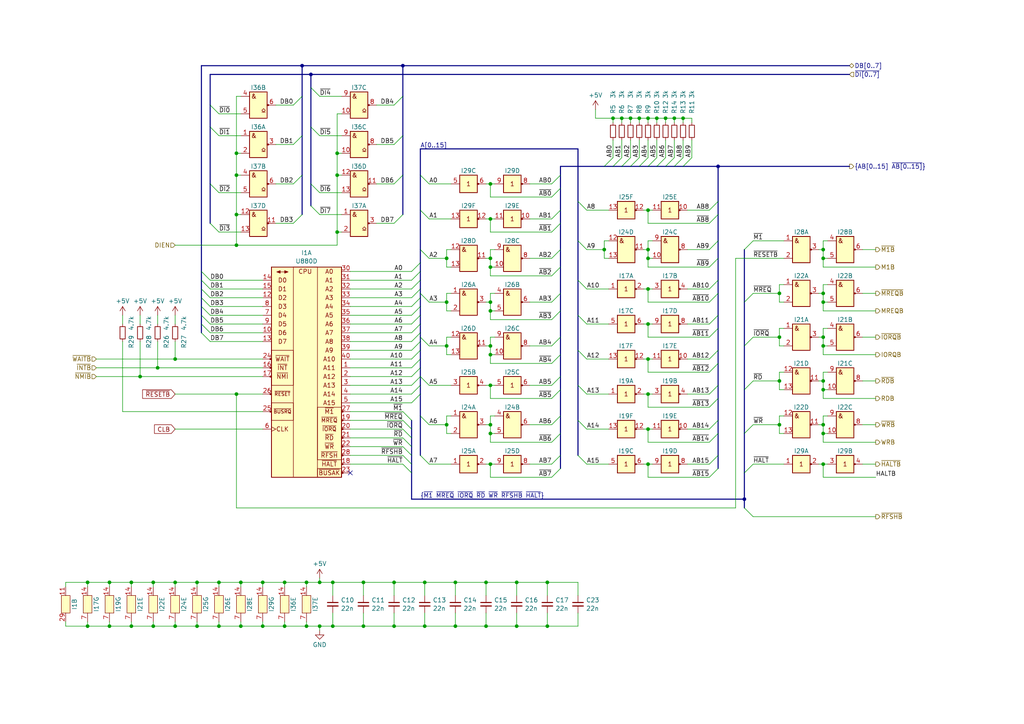
<source format=kicad_sch>
(kicad_sch (version 20231120) (generator "eeschema") (generator_version "8.0")
  (paper "A4")
  (title_block (title "CPU"))
  (junction (at 76.2 168.91))
  (junction (at 142.24 63.5))
  (junction (at 87.63 19.05))
  (junction (at 50.8 104.14))
  (junction (at 129.54 123.19))
  (junction (at 142.24 111.76))
  (junction (at 82.55 181.61))
  (junction (at 238.76 72.39))
  (junction (at 132.08 181.61))
  (junction (at 96.52 181.61))
  (junction (at 226.06 123.19))
  (junction (at 238.76 97.79))
  (junction (at 92.71 181.61))
  (junction (at 187.96 72.39))
  (junction (at 50.8 181.61))
  (junction (at 238.76 113.03))
  (junction (at 57.15 168.91))
  (junction (at 187.96 124.46))
  (junction (at 187.96 114.3))
  (junction (at 187.96 134.62))
  (junction (at 142.24 77.47))
  (junction (at 182.88 34.29))
  (junction (at 76.2 181.61))
  (junction (at 68.58 62.23))
  (junction (at 90.17 21.59))
  (junction (at 68.58 44.45))
  (junction (at 175.26 72.39))
  (junction (at 140.97 181.61))
  (junction (at 215.9 144.78))
  (junction (at 105.41 168.91))
  (junction (at 38.1 181.61))
  (junction (at 82.55 168.91))
  (junction (at 238.76 125.73))
  (junction (at 96.52 168.91))
  (junction (at 123.19 168.91))
  (junction (at 195.58 34.29))
  (junction (at 238.76 100.33))
  (junction (at 238.76 134.62))
  (junction (at 226.06 97.79))
  (junction (at 63.5 168.91))
  (junction (at 45.72 106.68))
  (junction (at 68.58 71.12))
  (junction (at 97.79 67.31))
  (junction (at 142.24 125.73))
  (junction (at 142.24 100.33))
  (junction (at 88.9 181.61))
  (junction (at 187.96 60.96))
  (junction (at 187.96 93.98))
  (junction (at 142.24 90.17))
  (junction (at 142.24 74.93))
  (junction (at 208.28 48.26))
  (junction (at 238.76 74.93))
  (junction (at 158.75 181.61))
  (junction (at 68.58 50.8))
  (junction (at 69.85 181.61))
  (junction (at 187.96 104.14))
  (junction (at 31.75 168.91))
  (junction (at 105.41 181.61))
  (junction (at 25.4 181.61))
  (junction (at 149.86 168.91))
  (junction (at 25.4 168.91))
  (junction (at 238.76 110.49))
  (junction (at 142.24 87.63))
  (junction (at 142.24 102.87))
  (junction (at 142.24 134.62))
  (junction (at 44.45 168.91))
  (junction (at 180.34 34.29))
  (junction (at 97.79 44.45))
  (junction (at 132.08 168.91))
  (junction (at 140.97 168.91))
  (junction (at 193.04 34.29))
  (junction (at 129.54 87.63))
  (junction (at 129.54 74.93))
  (junction (at 123.19 181.61))
  (junction (at 44.45 181.61))
  (junction (at 226.06 85.09))
  (junction (at 31.75 181.61))
  (junction (at 187.96 34.29))
  (junction (at 38.1 168.91))
  (junction (at 177.8 34.29))
  (junction (at 185.42 34.29))
  (junction (at 40.64 109.22))
  (junction (at 114.3 168.91))
  (junction (at 88.9 168.91))
  (junction (at 187.96 83.82))
  (junction (at 50.8 168.91))
  (junction (at 187.96 74.93))
  (junction (at 63.5 181.61))
  (junction (at 238.76 85.09))
  (junction (at 142.24 53.34))
  (junction (at 69.85 168.91))
  (junction (at 238.76 123.19))
  (junction (at 142.24 123.19))
  (junction (at 190.5 34.29))
  (junction (at 97.79 50.8))
  (junction (at 158.75 168.91))
  (junction (at 149.86 181.61))
  (junction (at 68.58 114.3))
  (junction (at 198.12 34.29))
  (junction (at 57.15 181.61))
  (junction (at 114.3 181.61))
  (junction (at 226.06 110.49))
  (junction (at 238.76 87.63))
  (junction (at 116.84 19.05))
  (junction (at 129.54 100.33))
  (junction (at 92.71 168.91))
  (no_connect (at 101.6 137.16))
  (bus_entry (at 116.84 124.46) (size 2.54 2.54))
  (bus_entry (at 58.42 91.44) (size 2.54 2.54))
  (bus_entry (at 160.02 111.76) (size 2.54 -2.54))
  (bus_entry (at 160.02 74.93) (size 2.54 -2.54))
  (bus_entry (at 119.38 96.52) (size 2.54 -2.54))
  (bus_entry (at 205.74 60.96) (size 2.54 -2.54))
  (bus_entry (at 90.17 25.4) (size 2.54 2.54))
  (bus_entry (at 58.42 96.52) (size 2.54 2.54))
  (bus_entry (at 116.84 119.38) (size 2.54 2.54))
  (bus_entry (at 215.9 100.33) (size 2.54 -2.54))
  (bus_entry (at 215.9 147.32) (size 2.54 2.54))
  (bus_entry (at 121.92 109.22) (size 2.54 2.54))
  (bus_entry (at 193.04 48.26) (size 2.54 -2.54))
  (bus_entry (at 119.38 104.14) (size 2.54 -2.54))
  (bus_entry (at 119.38 81.28) (size 2.54 -2.54))
  (bus_entry (at 58.42 86.36) (size 2.54 2.54))
  (bus_entry (at 160.02 123.19) (size 2.54 -2.54))
  (bus_entry (at 160.02 128.27) (size 2.54 -2.54))
  (bus_entry (at 167.64 132.08) (size 2.54 2.54))
  (bus_entry (at 121.92 72.39) (size 2.54 2.54))
  (bus_entry (at 63.5 39.37) (size -2.54 -2.54))
  (bus_entry (at 175.26 48.26) (size 2.54 -2.54))
  (bus_entry (at 58.42 88.9) (size 2.54 2.54))
  (bus_entry (at 116.84 129.54) (size 2.54 2.54))
  (bus_entry (at 85.09 30.48) (size 2.54 -2.54))
  (bus_entry (at 205.74 138.43) (size 2.54 -2.54))
  (bus_entry (at 121.92 50.8) (size 2.54 2.54))
  (bus_entry (at 90.17 36.83) (size 2.54 2.54))
  (bus_entry (at 160.02 134.62) (size 2.54 -2.54))
  (bus_entry (at 205.74 118.11) (size 2.54 -2.54))
  (bus_entry (at 205.74 107.95) (size 2.54 -2.54))
  (bus_entry (at 167.64 121.92) (size 2.54 2.54))
  (bus_entry (at 114.3 53.34) (size 2.54 -2.54))
  (bus_entry (at 119.38 91.44) (size 2.54 -2.54))
  (bus_entry (at 215.9 125.73) (size 2.54 -2.54))
  (bus_entry (at 160.02 67.31) (size 2.54 -2.54))
  (bus_entry (at 177.8 48.26) (size 2.54 -2.54))
  (bus_entry (at 160.02 138.43) (size 2.54 -2.54))
  (bus_entry (at 63.5 33.02) (size -2.54 -2.54))
  (bus_entry (at 121.92 132.08) (size 2.54 2.54))
  (bus_entry (at 58.42 78.74) (size 2.54 2.54))
  (bus_entry (at 160.02 63.5) (size 2.54 -2.54))
  (bus_entry (at 205.74 64.77) (size 2.54 -2.54))
  (bus_entry (at 167.64 58.42) (size 2.54 2.54))
  (bus_entry (at 160.02 105.41) (size 2.54 -2.54))
  (bus_entry (at 85.09 53.34) (size 2.54 -2.54))
  (bus_entry (at 114.3 30.48) (size 2.54 -2.54))
  (bus_entry (at 58.42 93.98) (size 2.54 2.54))
  (bus_entry (at 205.74 77.47) (size 2.54 -2.54))
  (bus_entry (at 58.42 81.28) (size 2.54 2.54))
  (bus_entry (at 121.92 97.79) (size 2.54 2.54))
  (bus_entry (at 160.02 57.15) (size 2.54 -2.54))
  (bus_entry (at 215.9 113.03) (size 2.54 -2.54))
  (bus_entry (at 90.17 53.34) (size 2.54 2.54))
  (bus_entry (at 85.09 41.91) (size 2.54 -2.54))
  (bus_entry (at 205.74 87.63) (size 2.54 -2.54))
  (bus_entry (at 119.38 99.06) (size 2.54 -2.54))
  (bus_entry (at 215.9 72.39) (size 2.54 -2.54))
  (bus_entry (at 85.09 64.77) (size 2.54 -2.54))
  (bus_entry (at 198.12 48.26) (size 2.54 -2.54))
  (bus_entry (at 205.74 124.46) (size 2.54 -2.54))
  (bus_entry (at 63.5 67.31) (size -2.54 -2.54))
  (bus_entry (at 119.38 111.76) (size 2.54 -2.54))
  (bus_entry (at 205.74 134.62) (size 2.54 -2.54))
  (bus_entry (at 116.84 127) (size 2.54 2.54))
  (bus_entry (at 119.38 106.68) (size 2.54 -2.54))
  (bus_entry (at 119.38 83.82) (size 2.54 -2.54))
  (bus_entry (at 119.38 93.98) (size 2.54 -2.54))
  (bus_entry (at 119.38 88.9) (size 2.54 -2.54))
  (bus_entry (at 180.34 48.26) (size 2.54 -2.54))
  (bus_entry (at 160.02 80.01) (size 2.54 -2.54))
  (bus_entry (at 182.88 48.26) (size 2.54 -2.54))
  (bus_entry (at 114.3 41.91) (size 2.54 -2.54))
  (bus_entry (at 160.02 87.63) (size 2.54 -2.54))
  (bus_entry (at 205.74 93.98) (size 2.54 -2.54))
  (bus_entry (at 119.38 78.74) (size 2.54 -2.54))
  (bus_entry (at 167.64 69.85) (size 2.54 2.54))
  (bus_entry (at 167.64 91.44) (size 2.54 2.54))
  (bus_entry (at 205.74 83.82) (size 2.54 -2.54))
  (bus_entry (at 160.02 53.34) (size 2.54 -2.54))
  (bus_entry (at 205.74 128.27) (size 2.54 -2.54))
  (bus_entry (at 119.38 116.84) (size 2.54 -2.54))
  (bus_entry (at 160.02 115.57) (size 2.54 -2.54))
  (bus_entry (at 121.92 60.96) (size 2.54 2.54))
  (bus_entry (at 187.96 48.26) (size 2.54 -2.54))
  (bus_entry (at 167.64 81.28) (size 2.54 2.54))
  (bus_entry (at 58.42 83.82) (size 2.54 2.54))
  (bus_entry (at 119.38 86.36) (size 2.54 -2.54))
  (bus_entry (at 167.64 101.6) (size 2.54 2.54))
  (bus_entry (at 119.38 109.22) (size 2.54 -2.54))
  (bus_entry (at 116.84 132.08) (size 2.54 2.54))
  (bus_entry (at 215.9 87.63) (size 2.54 -2.54))
  (bus_entry (at 160.02 92.71) (size 2.54 -2.54))
  (bus_entry (at 119.38 101.6) (size 2.54 -2.54))
  (bus_entry (at 116.84 134.62) (size 2.54 2.54))
  (bus_entry (at 121.92 120.65) (size 2.54 2.54))
  (bus_entry (at 116.84 121.92) (size 2.54 2.54))
  (bus_entry (at 195.58 48.26) (size 2.54 -2.54))
  (bus_entry (at 160.02 100.33) (size 2.54 -2.54))
  (bus_entry (at 185.42 48.26) (size 2.54 -2.54))
  (bus_entry (at 119.38 114.3) (size 2.54 -2.54))
  (bus_entry (at 190.5 48.26) (size 2.54 -2.54))
  (bus_entry (at 205.74 97.79) (size 2.54 -2.54))
  (bus_entry (at 215.9 137.16) (size 2.54 -2.54))
  (bus_entry (at 167.64 111.76) (size 2.54 2.54))
  (bus_entry (at 205.74 114.3) (size 2.54 -2.54))
  (bus_entry (at 90.17 59.69) (size 2.54 2.54))
  (bus_entry (at 63.5 55.88) (size -2.54 -2.54))
  (bus_entry (at 205.74 104.14) (size 2.54 -2.54))
  (bus_entry (at 114.3 64.77) (size 2.54 -2.54))
  (bus_entry (at 121.92 85.09) (size 2.54 2.54))
  (bus_entry (at 205.74 72.39) (size 2.54 -2.54))
  (wire (pts (xy 82.55 168.91) (xy 82.55 170.18)))
  (bus (pts (xy 121.92 81.28) (xy 121.92 83.82)))
  (wire (pts (xy 238.76 115.57) (xy 238.76 113.03)))
  (wire (pts (xy 69.85 55.88) (xy 63.5 55.88)))
  (bus (pts (xy 162.56 109.22) (xy 162.56 113.03)))
  (wire (pts (xy 25.4 180.34) (xy 25.4 181.61)))
  (wire (pts (xy 80.01 53.34) (xy 85.09 53.34)))
  (wire (pts (xy 44.45 180.34) (xy 44.45 181.61)))
  (wire (pts (xy 226.06 100.33) (xy 226.06 97.79)))
  (wire (pts (xy 238.76 113.03) (xy 240.03 113.03)))
  (wire (pts (xy 167.64 181.61) (xy 167.64 177.8)))
  (wire (pts (xy 63.5 33.02) (xy 69.85 33.02)))
  (wire (pts (xy 19.05 180.34) (xy 19.05 181.61)))
  (bus (pts (xy 90.17 21.59) (xy 90.17 25.4)))
  (wire (pts (xy 63.5 168.91) (xy 69.85 168.91)))
  (wire (pts (xy 69.85 168.91) (xy 69.85 170.18)))
  (wire (pts (xy 142.24 80.01) (xy 160.02 80.01)))
  (bus (pts (xy 162.56 48.26) (xy 175.26 48.26)))
  (wire (pts (xy 124.46 123.19) (xy 129.54 123.19)))
  (bus (pts (xy 60.96 21.59) (xy 60.96 30.48)))
  (bus (pts (xy 60.96 53.34) (xy 60.96 64.77)))
  (bus (pts (xy 208.28 48.26) (xy 246.38 48.26)))
  (wire (pts (xy 189.23 74.93) (xy 187.96 74.93)))
  (wire (pts (xy 142.24 138.43) (xy 160.02 138.43)))
  (wire (pts (xy 187.96 124.46) (xy 189.23 124.46)))
  (wire (pts (xy 142.24 87.63) (xy 142.24 90.17)))
  (wire (pts (xy 142.24 134.62) (xy 143.51 134.62)))
  (bus (pts (xy 162.56 85.09) (xy 162.56 90.17)))
  (wire (pts (xy 153.67 63.5) (xy 160.02 63.5)))
  (wire (pts (xy 186.69 104.14) (xy 187.96 104.14)))
  (wire (pts (xy 101.6 99.06) (xy 119.38 99.06)))
  (wire (pts (xy 92.71 167.64) (xy 92.71 168.91)))
  (bus (pts (xy 58.42 96.52) (xy 58.42 93.98)))
  (wire (pts (xy 76.2 181.61) (xy 82.55 181.61)))
  (wire (pts (xy 105.41 168.91) (xy 105.41 172.72)))
  (wire (pts (xy 101.6 78.74) (xy 119.38 78.74)))
  (wire (pts (xy 114.3 172.72) (xy 114.3 168.91)))
  (wire (pts (xy 158.75 168.91) (xy 167.64 168.91)))
  (wire (pts (xy 187.96 40.64) (xy 187.96 45.72)))
  (wire (pts (xy 172.72 31.75) (xy 172.72 34.29)))
  (wire (pts (xy 35.56 91.44) (xy 35.56 93.98)))
  (wire (pts (xy 250.19 72.39) (xy 254 72.39)))
  (wire (pts (xy 238.76 128.27) (xy 238.76 125.73)))
  (wire (pts (xy 170.18 93.98) (xy 176.53 93.98)))
  (wire (pts (xy 45.72 106.68) (xy 76.2 106.68)))
  (wire (pts (xy 142.24 128.27) (xy 142.24 125.73)))
  (wire (pts (xy 129.54 74.93) (xy 129.54 72.39)))
  (wire (pts (xy 176.53 74.93) (xy 175.26 74.93)))
  (wire (pts (xy 60.96 81.28) (xy 76.2 81.28)))
  (wire (pts (xy 186.69 114.3) (xy 187.96 114.3)))
  (wire (pts (xy 187.96 124.46) (xy 187.96 128.27)))
  (wire (pts (xy 124.46 63.5) (xy 130.81 63.5)))
  (bus (pts (xy 208.28 101.6) (xy 208.28 105.41)))
  (wire (pts (xy 31.75 181.61) (xy 38.1 181.61)))
  (wire (pts (xy 186.69 60.96) (xy 187.96 60.96)))
  (wire (pts (xy 238.76 82.55) (xy 240.03 82.55)))
  (wire (pts (xy 63.5 180.34) (xy 63.5 181.61)))
  (bus (pts (xy 167.64 91.44) (xy 167.64 101.6)))
  (wire (pts (xy 50.8 124.46) (xy 76.2 124.46)))
  (wire (pts (xy 68.58 147.32) (xy 68.58 114.3)))
  (wire (pts (xy 185.42 34.29) (xy 185.42 35.56)))
  (wire (pts (xy 227.33 125.73) (xy 226.06 125.73)))
  (wire (pts (xy 250.19 97.79) (xy 254 97.79)))
  (wire (pts (xy 114.3 168.91) (xy 123.19 168.91)))
  (wire (pts (xy 68.58 114.3) (xy 76.2 114.3)))
  (wire (pts (xy 109.22 53.34) (xy 114.3 53.34)))
  (wire (pts (xy 124.46 134.62) (xy 130.81 134.62)))
  (wire (pts (xy 130.81 77.47) (xy 129.54 77.47)))
  (wire (pts (xy 25.4 181.61) (xy 31.75 181.61)))
  (wire (pts (xy 129.54 87.63) (xy 129.54 85.09)))
  (bus (pts (xy 208.28 48.26) (xy 208.28 58.42)))
  (wire (pts (xy 142.24 100.33) (xy 142.24 102.87)))
  (wire (pts (xy 199.39 60.96) (xy 205.74 60.96)))
  (bus (pts (xy 121.92 86.36) (xy 121.92 88.9)))
  (wire (pts (xy 187.96 34.29) (xy 190.5 34.29)))
  (wire (pts (xy 140.97 63.5) (xy 142.24 63.5)))
  (bus (pts (xy 119.38 127) (xy 119.38 129.54)))
  (wire (pts (xy 153.67 100.33) (xy 160.02 100.33)))
  (wire (pts (xy 198.12 34.29) (xy 200.66 34.29)))
  (wire (pts (xy 101.6 96.52) (xy 119.38 96.52)))
  (wire (pts (xy 186.69 83.82) (xy 187.96 83.82)))
  (wire (pts (xy 190.5 34.29) (xy 190.5 35.56)))
  (wire (pts (xy 50.8 104.14) (xy 76.2 104.14)))
  (bus (pts (xy 167.64 121.92) (xy 167.64 132.08)))
  (bus (pts (xy 162.56 125.73) (xy 162.56 132.08)))
  (wire (pts (xy 187.96 134.62) (xy 187.96 138.43)))
  (wire (pts (xy 63.5 67.31) (xy 69.85 67.31)))
  (wire (pts (xy 129.54 72.39) (xy 130.81 72.39)))
  (wire (pts (xy 238.76 107.95) (xy 240.03 107.95)))
  (wire (pts (xy 101.6 109.22) (xy 119.38 109.22)))
  (wire (pts (xy 254 138.43) (xy 238.76 138.43)))
  (wire (pts (xy 186.69 93.98) (xy 187.96 93.98)))
  (wire (pts (xy 153.67 74.93) (xy 160.02 74.93)))
  (wire (pts (xy 238.76 85.09) (xy 238.76 87.63)))
  (wire (pts (xy 109.22 64.77) (xy 114.3 64.77)))
  (bus (pts (xy 208.28 62.23) (xy 208.28 69.85)))
  (bus (pts (xy 116.84 19.05) (xy 246.38 19.05)))
  (bus (pts (xy 121.92 114.3) (xy 121.92 120.65)))
  (wire (pts (xy 140.97 123.19) (xy 142.24 123.19)))
  (wire (pts (xy 238.76 110.49) (xy 238.76 107.95)))
  (wire (pts (xy 226.06 125.73) (xy 226.06 123.19)))
  (bus (pts (xy 90.17 21.59) (xy 246.38 21.59)))
  (bus (pts (xy 90.17 25.4) (xy 90.17 36.83)))
  (wire (pts (xy 68.58 62.23) (xy 69.85 62.23)))
  (wire (pts (xy 149.86 177.8) (xy 149.86 181.61)))
  (wire (pts (xy 50.8 99.06) (xy 50.8 104.14)))
  (wire (pts (xy 238.76 90.17) (xy 238.76 87.63)))
  (wire (pts (xy 226.06 85.09) (xy 226.06 82.55)))
  (wire (pts (xy 124.46 74.93) (xy 129.54 74.93)))
  (wire (pts (xy 60.96 99.06) (xy 76.2 99.06)))
  (wire (pts (xy 199.39 104.14) (xy 205.74 104.14)))
  (wire (pts (xy 97.79 33.02) (xy 99.06 33.02)))
  (wire (pts (xy 170.18 72.39) (xy 175.26 72.39)))
  (bus (pts (xy 121.92 106.68) (xy 121.92 109.22)))
  (bus (pts (xy 167.64 58.42) (xy 167.64 69.85)))
  (wire (pts (xy 153.67 111.76) (xy 160.02 111.76)))
  (wire (pts (xy 57.15 181.61) (xy 63.5 181.61)))
  (bus (pts (xy 87.63 50.8) (xy 87.63 62.23)))
  (bus (pts (xy 119.38 121.92) (xy 119.38 124.46)))
  (wire (pts (xy 153.67 123.19) (xy 160.02 123.19)))
  (wire (pts (xy 35.56 99.06) (xy 35.56 119.38)))
  (wire (pts (xy 142.24 92.71) (xy 160.02 92.71)))
  (wire (pts (xy 182.88 40.64) (xy 182.88 45.72)))
  (wire (pts (xy 180.34 34.29) (xy 180.34 35.56)))
  (wire (pts (xy 199.39 72.39) (xy 205.74 72.39)))
  (bus (pts (xy 167.64 43.18) (xy 167.64 58.42)))
  (wire (pts (xy 187.96 104.14) (xy 187.96 107.95)))
  (bus (pts (xy 121.92 78.74) (xy 121.92 81.28)))
  (wire (pts (xy 142.24 74.93) (xy 142.24 77.47)))
  (wire (pts (xy 19.05 181.61) (xy 25.4 181.61)))
  (wire (pts (xy 238.76 77.47) (xy 238.76 74.93)))
  (wire (pts (xy 101.6 81.28) (xy 119.38 81.28)))
  (wire (pts (xy 40.64 109.22) (xy 76.2 109.22)))
  (wire (pts (xy 132.08 168.91) (xy 132.08 172.72)))
  (wire (pts (xy 140.97 74.93) (xy 142.24 74.93)))
  (wire (pts (xy 200.66 34.29) (xy 200.66 35.56)))
  (wire (pts (xy 92.71 27.94) (xy 99.06 27.94)))
  (wire (pts (xy 158.75 177.8) (xy 158.75 181.61)))
  (wire (pts (xy 142.24 63.5) (xy 143.51 63.5)))
  (wire (pts (xy 38.1 168.91) (xy 38.1 170.18)))
  (wire (pts (xy 109.22 41.91) (xy 114.3 41.91)))
  (wire (pts (xy 238.76 110.49) (xy 238.76 113.03)))
  (wire (pts (xy 19.05 168.91) (xy 25.4 168.91)))
  (wire (pts (xy 175.26 69.85) (xy 176.53 69.85)))
  (wire (pts (xy 63.5 39.37) (xy 69.85 39.37)))
  (wire (pts (xy 27.94 104.14) (xy 50.8 104.14)))
  (wire (pts (xy 143.51 125.73) (xy 142.24 125.73)))
  (wire (pts (xy 57.15 180.34) (xy 57.15 181.61)))
  (bus (pts (xy 58.42 86.36) (xy 58.42 83.82)))
  (wire (pts (xy 129.54 100.33) (xy 129.54 97.79)))
  (bus (pts (xy 208.28 105.41) (xy 208.28 111.76)))
  (wire (pts (xy 132.08 181.61) (xy 140.97 181.61)))
  (wire (pts (xy 187.96 83.82) (xy 189.23 83.82)))
  (wire (pts (xy 226.06 107.95) (xy 227.33 107.95)))
  (wire (pts (xy 226.06 82.55) (xy 227.33 82.55)))
  (wire (pts (xy 60.96 96.52) (xy 76.2 96.52)))
  (wire (pts (xy 158.75 181.61) (xy 167.64 181.61)))
  (bus (pts (xy 162.56 50.8) (xy 162.56 48.26)))
  (wire (pts (xy 238.76 74.93) (xy 240.03 74.93)))
  (wire (pts (xy 129.54 77.47) (xy 129.54 74.93)))
  (wire (pts (xy 60.96 88.9) (xy 76.2 88.9)))
  (bus (pts (xy 58.42 78.74) (xy 58.42 19.05)))
  (wire (pts (xy 142.24 115.57) (xy 160.02 115.57)))
  (wire (pts (xy 130.81 125.73) (xy 129.54 125.73)))
  (wire (pts (xy 170.18 114.3) (xy 176.53 114.3)))
  (wire (pts (xy 142.24 97.79) (xy 143.51 97.79)))
  (wire (pts (xy 101.6 86.36) (xy 119.38 86.36)))
  (wire (pts (xy 76.2 168.91) (xy 82.55 168.91)))
  (bus (pts (xy 119.38 132.08) (xy 119.38 134.62)))
  (wire (pts (xy 38.1 168.91) (xy 44.45 168.91)))
  (bus (pts (xy 208.28 125.73) (xy 208.28 132.08)))
  (wire (pts (xy 187.96 74.93) (xy 187.96 77.47)))
  (wire (pts (xy 68.58 50.8) (xy 69.85 50.8)))
  (wire (pts (xy 142.24 80.01) (xy 142.24 77.47)))
  (wire (pts (xy 187.96 69.85) (xy 189.23 69.85)))
  (wire (pts (xy 19.05 170.18) (xy 19.05 168.91)))
  (wire (pts (xy 227.33 87.63) (xy 226.06 87.63)))
  (wire (pts (xy 97.79 44.45) (xy 99.06 44.45)))
  (bus (pts (xy 187.96 48.26) (xy 190.5 48.26)))
  (wire (pts (xy 101.6 111.76) (xy 119.38 111.76)))
  (wire (pts (xy 238.76 123.19) (xy 238.76 120.65)))
  (wire (pts (xy 187.96 60.96) (xy 189.23 60.96)))
  (wire (pts (xy 198.12 40.64) (xy 198.12 45.72)))
  (bus (pts (xy 215.9 100.33) (xy 215.9 113.03)))
  (wire (pts (xy 97.79 50.8) (xy 99.06 50.8)))
  (wire (pts (xy 68.58 27.94) (xy 68.58 44.45)))
  (wire (pts (xy 175.26 72.39) (xy 175.26 69.85)))
  (wire (pts (xy 60.96 93.98) (xy 76.2 93.98)))
  (wire (pts (xy 101.6 114.3) (xy 119.38 114.3)))
  (wire (pts (xy 50.8 91.44) (xy 50.8 93.98)))
  (wire (pts (xy 123.19 168.91) (xy 132.08 168.91)))
  (wire (pts (xy 237.49 97.79) (xy 238.76 97.79)))
  (wire (pts (xy 142.24 100.33) (xy 142.24 97.79)))
  (wire (pts (xy 101.6 93.98) (xy 119.38 93.98)))
  (wire (pts (xy 198.12 34.29) (xy 198.12 35.56)))
  (wire (pts (xy 226.06 110.49) (xy 226.06 107.95)))
  (bus (pts (xy 121.92 111.76) (xy 121.92 114.3)))
  (wire (pts (xy 50.8 71.12) (xy 68.58 71.12)))
  (wire (pts (xy 250.19 134.62) (xy 254 134.62)))
  (wire (pts (xy 238.76 69.85) (xy 240.03 69.85)))
  (wire (pts (xy 142.24 105.41) (xy 160.02 105.41)))
  (wire (pts (xy 50.8 168.91) (xy 57.15 168.91)))
  (wire (pts (xy 199.39 83.82) (xy 205.74 83.82)))
  (wire (pts (xy 142.24 67.31) (xy 160.02 67.31)))
  (wire (pts (xy 101.6 104.14) (xy 119.38 104.14)))
  (wire (pts (xy 238.76 138.43) (xy 238.76 134.62)))
  (wire (pts (xy 149.86 168.91) (xy 158.75 168.91)))
  (bus (pts (xy 162.56 54.61) (xy 162.56 60.96)))
  (bus (pts (xy 215.9 144.78) (xy 215.9 147.32)))
  (bus (pts (xy 60.96 21.59) (xy 90.17 21.59)))
  (wire (pts (xy 187.96 74.93) (xy 187.96 72.39)))
  (wire (pts (xy 68.58 71.12) (xy 97.79 71.12)))
  (wire (pts (xy 172.72 34.29) (xy 177.8 34.29)))
  (wire (pts (xy 101.6 88.9) (xy 119.38 88.9)))
  (bus (pts (xy 121.92 88.9) (xy 121.92 91.44)))
  (bus (pts (xy 180.34 48.26) (xy 182.88 48.26)))
  (wire (pts (xy 130.81 90.17) (xy 129.54 90.17)))
  (wire (pts (xy 105.41 181.61) (xy 114.3 181.61)))
  (wire (pts (xy 92.71 62.23) (xy 99.06 62.23)))
  (bus (pts (xy 167.64 69.85) (xy 167.64 81.28)))
  (wire (pts (xy 218.44 97.79) (xy 226.06 97.79)))
  (wire (pts (xy 142.24 92.71) (xy 142.24 90.17)))
  (bus (pts (xy 119.38 137.16) (xy 119.38 144.78)))
  (bus (pts (xy 208.28 115.57) (xy 208.28 121.92)))
  (wire (pts (xy 170.18 124.46) (xy 176.53 124.46)))
  (wire (pts (xy 238.76 100.33) (xy 240.03 100.33)))
  (wire (pts (xy 170.18 83.82) (xy 176.53 83.82)))
  (wire (pts (xy 80.01 41.91) (xy 85.09 41.91)))
  (wire (pts (xy 101.6 116.84) (xy 119.38 116.84)))
  (wire (pts (xy 31.75 168.91) (xy 31.75 170.18)))
  (wire (pts (xy 200.66 40.64) (xy 200.66 45.72)))
  (wire (pts (xy 82.55 180.34) (xy 82.55 181.61)))
  (bus (pts (xy 208.28 81.28) (xy 208.28 85.09)))
  (wire (pts (xy 187.96 134.62) (xy 189.23 134.62)))
  (wire (pts (xy 142.24 90.17) (xy 143.51 90.17)))
  (bus (pts (xy 121.92 43.18) (xy 167.64 43.18)))
  (bus (pts (xy 208.28 74.93) (xy 208.28 81.28)))
  (wire (pts (xy 50.8 181.61) (xy 57.15 181.61)))
  (wire (pts (xy 140.97 134.62) (xy 142.24 134.62)))
  (bus (pts (xy 208.28 121.92) (xy 208.28 125.73)))
  (wire (pts (xy 177.8 35.56) (xy 177.8 34.29)))
  (wire (pts (xy 50.8 180.34) (xy 50.8 181.61)))
  (wire (pts (xy 187.96 64.77) (xy 205.74 64.77)))
  (wire (pts (xy 124.46 100.33) (xy 129.54 100.33)))
  (wire (pts (xy 142.24 111.76) (xy 142.24 115.57)))
  (wire (pts (xy 82.55 168.91) (xy 88.9 168.91)))
  (wire (pts (xy 175.26 74.93) (xy 175.26 72.39)))
  (wire (pts (xy 238.76 134.62) (xy 240.03 134.62)))
  (bus (pts (xy 119.38 124.46) (xy 119.38 127)))
  (wire (pts (xy 187.96 34.29) (xy 187.96 35.56)))
  (bus (pts (xy 215.9 87.63) (xy 215.9 100.33)))
  (wire (pts (xy 132.08 177.8) (xy 132.08 181.61)))
  (wire (pts (xy 190.5 34.29) (xy 193.04 34.29)))
  (wire (pts (xy 129.54 97.79) (xy 130.81 97.79)))
  (wire (pts (xy 60.96 91.44) (xy 76.2 91.44)))
  (wire (pts (xy 237.49 123.19) (xy 238.76 123.19)))
  (bus (pts (xy 121.92 83.82) (xy 121.92 85.09)))
  (wire (pts (xy 187.96 128.27) (xy 205.74 128.27)))
  (bus (pts (xy 175.26 48.26) (xy 177.8 48.26)))
  (wire (pts (xy 187.96 107.95) (xy 205.74 107.95)))
  (wire (pts (xy 226.06 97.79) (xy 226.06 95.25)))
  (bus (pts (xy 121.92 43.18) (xy 121.92 50.8)))
  (bus (pts (xy 167.64 101.6) (xy 167.64 111.76)))
  (wire (pts (xy 123.19 177.8) (xy 123.19 181.61)))
  (bus (pts (xy 208.28 85.09) (xy 208.28 91.44)))
  (wire (pts (xy 123.19 172.72) (xy 123.19 168.91)))
  (wire (pts (xy 142.24 128.27) (xy 160.02 128.27)))
  (wire (pts (xy 97.79 33.02) (xy 97.79 44.45)))
  (wire (pts (xy 142.24 134.62) (xy 142.24 138.43)))
  (bus (pts (xy 182.88 48.26) (xy 185.42 48.26)))
  (wire (pts (xy 237.49 110.49) (xy 238.76 110.49)))
  (wire (pts (xy 167.64 168.91) (xy 167.64 172.72)))
  (bus (pts (xy 90.17 53.34) (xy 90.17 59.69)))
  (bus (pts (xy 185.42 48.26) (xy 187.96 48.26)))
  (bus (pts (xy 58.42 19.05) (xy 87.63 19.05)))
  (wire (pts (xy 140.97 168.91) (xy 149.86 168.91)))
  (wire (pts (xy 45.72 91.44) (xy 45.72 93.98)))
  (wire (pts (xy 142.24 87.63) (xy 142.24 85.09)))
  (bus (pts (xy 87.63 39.37) (xy 87.63 50.8)))
  (wire (pts (xy 238.76 102.87) (xy 238.76 100.33)))
  (wire (pts (xy 142.24 123.19) (xy 142.24 120.65)))
  (wire (pts (xy 254 115.57) (xy 238.76 115.57)))
  (bus (pts (xy 162.56 72.39) (xy 162.56 77.47)))
  (bus (pts (xy 121.92 72.39) (xy 121.92 76.2)))
  (wire (pts (xy 140.97 168.91) (xy 140.97 172.72)))
  (wire (pts (xy 25.4 168.91) (xy 31.75 168.91)))
  (bus (pts (xy 58.42 91.44) (xy 58.42 88.9)))
  (wire (pts (xy 153.67 87.63) (xy 160.02 87.63)))
  (wire (pts (xy 142.24 85.09) (xy 143.51 85.09)))
  (wire (pts (xy 153.67 53.34) (xy 160.02 53.34)))
  (wire (pts (xy 238.76 85.09) (xy 238.76 82.55)))
  (bus (pts (xy 208.28 69.85) (xy 208.28 74.93)))
  (bus (pts (xy 87.63 27.94) (xy 87.63 39.37)))
  (wire (pts (xy 68.58 44.45) (xy 69.85 44.45)))
  (wire (pts (xy 38.1 181.61) (xy 44.45 181.61)))
  (wire (pts (xy 92.71 181.61) (xy 92.71 182.88)))
  (wire (pts (xy 101.6 124.46) (xy 116.84 124.46)))
  (wire (pts (xy 226.06 123.19) (xy 226.06 120.65)))
  (wire (pts (xy 40.64 99.06) (xy 40.64 109.22)))
  (wire (pts (xy 218.44 134.62) (xy 227.33 134.62)))
  (wire (pts (xy 109.22 30.48) (xy 114.3 30.48)))
  (wire (pts (xy 105.41 168.91) (xy 114.3 168.91)))
  (bus (pts (xy 193.04 48.26) (xy 195.58 48.26)))
  (wire (pts (xy 38.1 180.34) (xy 38.1 181.61)))
  (wire (pts (xy 142.24 74.93) (xy 142.24 72.39)))
  (wire (pts (xy 101.6 91.44) (xy 119.38 91.44)))
  (wire (pts (xy 142.24 57.15) (xy 160.02 57.15)))
  (wire (pts (xy 88.9 168.91) (xy 88.9 170.18)))
  (bus (pts (xy 119.38 129.54) (xy 119.38 132.08)))
  (wire (pts (xy 238.76 120.65) (xy 240.03 120.65)))
  (wire (pts (xy 68.58 147.32) (xy 213.36 147.32)))
  (wire (pts (xy 142.24 111.76) (xy 143.51 111.76)))
  (wire (pts (xy 177.8 40.64) (xy 177.8 45.72)))
  (bus (pts (xy 208.28 95.25) (xy 208.28 101.6)))
  (bus (pts (xy 162.56 90.17) (xy 162.56 97.79)))
  (wire (pts (xy 195.58 34.29) (xy 195.58 35.56)))
  (wire (pts (xy 101.6 121.92) (xy 116.84 121.92)))
  (wire (pts (xy 88.9 181.61) (xy 92.71 181.61)))
  (wire (pts (xy 153.67 134.62) (xy 160.02 134.62)))
  (bus (pts (xy 162.56 77.47) (xy 162.56 85.09)))
  (wire (pts (xy 218.44 123.19) (xy 226.06 123.19)))
  (bus (pts (xy 58.42 88.9) (xy 58.42 86.36)))
  (wire (pts (xy 132.08 168.91) (xy 140.97 168.91)))
  (wire (pts (xy 76.2 180.34) (xy 76.2 181.61)))
  (wire (pts (xy 254 102.87) (xy 238.76 102.87)))
  (wire (pts (xy 226.06 87.63) (xy 226.06 85.09)))
  (bus (pts (xy 116.84 39.37) (xy 116.84 50.8)))
  (wire (pts (xy 76.2 168.91) (xy 76.2 170.18)))
  (bus (pts (xy 215.9 113.03) (xy 215.9 125.73)))
  (wire (pts (xy 142.24 63.5) (xy 142.24 67.31)))
  (wire (pts (xy 213.36 74.93) (xy 213.36 147.32)))
  (wire (pts (xy 114.3 177.8) (xy 114.3 181.61)))
  (wire (pts (xy 182.88 34.29) (xy 185.42 34.29)))
  (wire (pts (xy 185.42 40.64) (xy 185.42 45.72)))
  (bus (pts (xy 208.28 111.76) (xy 208.28 115.57)))
  (bus (pts (xy 121.92 76.2) (xy 121.92 78.74)))
  (wire (pts (xy 170.18 60.96) (xy 176.53 60.96)))
  (wire (pts (xy 170.18 104.14) (xy 176.53 104.14)))
  (wire (pts (xy 226.06 120.65) (xy 227.33 120.65)))
  (wire (pts (xy 129.54 123.19) (xy 129.54 120.65)))
  (wire (pts (xy 105.41 177.8) (xy 105.41 181.61)))
  (wire (pts (xy 97.79 44.45) (xy 97.79 50.8)))
  (wire (pts (xy 63.5 181.61) (xy 69.85 181.61)))
  (wire (pts (xy 226.06 95.25) (xy 227.33 95.25)))
  (wire (pts (xy 140.97 100.33) (xy 142.24 100.33)))
  (wire (pts (xy 187.96 72.39) (xy 187.96 69.85)))
  (bus (pts (xy 208.28 132.08) (xy 208.28 135.89)))
  (wire (pts (xy 149.86 168.91) (xy 149.86 172.72)))
  (wire (pts (xy 63.5 168.91) (xy 63.5 170.18)))
  (wire (pts (xy 199.39 134.62) (xy 205.74 134.62)))
  (wire (pts (xy 193.04 34.29) (xy 195.58 34.29)))
  (wire (pts (xy 27.94 109.22) (xy 40.64 109.22)))
  (bus (pts (xy 116.84 50.8) (xy 116.84 62.23)))
  (wire (pts (xy 187.96 114.3) (xy 189.23 114.3)))
  (wire (pts (xy 199.39 124.46) (xy 205.74 124.46)))
  (wire (pts (xy 92.71 168.91) (xy 96.52 168.91)))
  (bus (pts (xy 121.92 60.96) (xy 121.92 72.39)))
  (wire (pts (xy 60.96 86.36) (xy 76.2 86.36)))
  (bus (pts (xy 121.92 97.79) (xy 121.92 99.06)))
  (wire (pts (xy 68.58 44.45) (xy 68.58 50.8)))
  (wire (pts (xy 142.24 77.47) (xy 143.51 77.47)))
  (wire (pts (xy 44.45 181.61) (xy 50.8 181.61)))
  (wire (pts (xy 250.19 110.49) (xy 254 110.49)))
  (wire (pts (xy 187.96 77.47) (xy 205.74 77.47)))
  (wire (pts (xy 96.52 168.91) (xy 105.41 168.91)))
  (wire (pts (xy 218.44 110.49) (xy 226.06 110.49)))
  (bus (pts (xy 162.56 132.08) (xy 162.56 135.89)))
  (wire (pts (xy 170.18 134.62) (xy 176.53 134.62)))
  (wire (pts (xy 187.96 138.43) (xy 205.74 138.43)))
  (wire (pts (xy 238.76 97.79) (xy 238.76 95.25)))
  (wire (pts (xy 187.96 114.3) (xy 187.96 118.11)))
  (wire (pts (xy 40.64 91.44) (xy 40.64 93.98)))
  (wire (pts (xy 190.5 40.64) (xy 190.5 45.72)))
  (wire (pts (xy 101.6 83.82) (xy 119.38 83.82)))
  (wire (pts (xy 149.86 181.61) (xy 158.75 181.61)))
  (wire (pts (xy 195.58 34.29) (xy 198.12 34.29)))
  (wire (pts (xy 238.76 72.39) (xy 238.76 74.93)))
  (wire (pts (xy 193.04 40.64) (xy 193.04 45.72)))
  (wire (pts (xy 88.9 180.34) (xy 88.9 181.61)))
  (wire (pts (xy 68.58 50.8) (xy 68.58 62.23)))
  (bus (pts (xy 121.92 91.44) (xy 121.92 93.98)))
  (wire (pts (xy 57.15 168.91) (xy 57.15 170.18)))
  (wire (pts (xy 124.46 87.63) (xy 129.54 87.63)))
  (wire (pts (xy 57.15 168.91) (xy 63.5 168.91)))
  (wire (pts (xy 101.6 132.08) (xy 116.84 132.08)))
  (wire (pts (xy 129.54 90.17) (xy 129.54 87.63)))
  (bus (pts (xy 167.64 111.76) (xy 167.64 121.92)))
  (wire (pts (xy 114.3 181.61) (xy 123.19 181.61)))
  (bus (pts (xy 121.92 101.6) (xy 121.92 104.14)))
  (bus (pts (xy 121.92 99.06) (xy 121.92 101.6)))
  (wire (pts (xy 187.96 118.11) (xy 205.74 118.11)))
  (wire (pts (xy 142.24 53.34) (xy 143.51 53.34)))
  (bus (pts (xy 215.9 72.39) (xy 215.9 87.63)))
  (bus (pts (xy 215.9 125.73) (xy 215.9 137.16)))
  (bus (pts (xy 116.84 19.05) (xy 116.84 27.94)))
  (wire (pts (xy 69.85 180.34) (xy 69.85 181.61)))
  (bus (pts (xy 116.84 27.94) (xy 116.84 39.37)))
  (wire (pts (xy 237.49 134.62) (xy 238.76 134.62)))
  (bus (pts (xy 208.28 91.44) (xy 208.28 95.25)))
  (bus (pts (xy 121.92 93.98) (xy 121.92 96.52)))
  (wire (pts (xy 187.96 97.79) (xy 205.74 97.79)))
  (wire (pts (xy 140.97 53.34) (xy 142.24 53.34)))
  (wire (pts (xy 129.54 120.65) (xy 130.81 120.65)))
  (wire (pts (xy 180.34 34.29) (xy 182.88 34.29)))
  (bus (pts (xy 121.92 109.22) (xy 121.92 111.76)))
  (wire (pts (xy 45.72 99.06) (xy 45.72 106.68)))
  (wire (pts (xy 140.97 111.76) (xy 142.24 111.76)))
  (wire (pts (xy 254 128.27) (xy 238.76 128.27)))
  (wire (pts (xy 80.01 30.48) (xy 85.09 30.48)))
  (bus (pts (xy 215.9 137.16) (xy 215.9 144.78)))
  (bus (pts (xy 121.92 96.52) (xy 121.92 97.79)))
  (wire (pts (xy 60.96 83.82) (xy 76.2 83.82)))
  (bus (pts (xy 162.56 64.77) (xy 162.56 72.39)))
  (wire (pts (xy 254 90.17) (xy 238.76 90.17)))
  (wire (pts (xy 218.44 149.86) (xy 254 149.86)))
  (wire (pts (xy 187.96 87.63) (xy 205.74 87.63)))
  (bus (pts (xy 121.92 120.65) (xy 121.92 132.08)))
  (bus (pts (xy 162.56 113.03) (xy 162.56 120.65)))
  (wire (pts (xy 130.81 102.87) (xy 129.54 102.87)))
  (wire (pts (xy 27.94 106.68) (xy 45.72 106.68)))
  (wire (pts (xy 187.96 83.82) (xy 187.96 87.63)))
  (wire (pts (xy 227.33 100.33) (xy 226.06 100.33)))
  (bus (pts (xy 162.56 97.79) (xy 162.56 102.87)))
  (wire (pts (xy 101.6 127) (xy 116.84 127)))
  (wire (pts (xy 129.54 85.09) (xy 130.81 85.09)))
  (wire (pts (xy 158.75 168.91) (xy 158.75 172.72)))
  (wire (pts (xy 250.19 85.09) (xy 254 85.09)))
  (wire (pts (xy 140.97 177.8) (xy 140.97 181.61)))
  (wire (pts (xy 69.85 168.91) (xy 76.2 168.91)))
  (bus (pts (xy 121.92 104.14) (xy 121.92 106.68)))
  (wire (pts (xy 96.52 181.61) (xy 105.41 181.61)))
  (bus (pts (xy 58.42 81.28) (xy 58.42 78.74)))
  (bus (pts (xy 177.8 48.26) (xy 180.34 48.26)))
  (wire (pts (xy 142.24 53.34) (xy 142.24 57.15)))
  (bus (pts (xy 208.28 58.42) (xy 208.28 62.23)))
  (wire (pts (xy 199.39 93.98) (xy 205.74 93.98)))
  (wire (pts (xy 50.8 168.91) (xy 50.8 170.18)))
  (wire (pts (xy 44.45 168.91) (xy 44.45 170.18)))
  (wire (pts (xy 101.6 101.6) (xy 119.38 101.6)))
  (wire (pts (xy 92.71 181.61) (xy 96.52 181.61)))
  (wire (pts (xy 186.69 124.46) (xy 187.96 124.46)))
  (bus (pts (xy 58.42 93.98) (xy 58.42 91.44)))
  (bus (pts (xy 162.56 60.96) (xy 162.56 64.77)))
  (bus (pts (xy 198.12 48.26) (xy 208.28 48.26)))
  (wire (pts (xy 129.54 125.73) (xy 129.54 123.19)))
  (bus (pts (xy 190.5 48.26) (xy 193.04 48.26)))
  (bus (pts (xy 121.92 85.09) (xy 121.92 86.36)))
  (wire (pts (xy 180.34 40.64) (xy 180.34 45.72)))
  (wire (pts (xy 186.69 72.39) (xy 187.96 72.39)))
  (wire (pts (xy 68.58 62.23) (xy 68.58 71.12)))
  (bus (pts (xy 119.38 144.78) (xy 215.9 144.78)))
  (wire (pts (xy 226.06 113.03) (xy 226.06 110.49)))
  (wire (pts (xy 82.55 181.61) (xy 88.9 181.61)))
  (wire (pts (xy 31.75 180.34) (xy 31.75 181.61)))
  (wire (pts (xy 97.79 50.8) (xy 97.79 67.31)))
  (wire (pts (xy 182.88 34.29) (xy 182.88 35.56)))
  (wire (pts (xy 92.71 55.88) (xy 99.06 55.88)))
  (wire (pts (xy 187.96 93.98) (xy 187.96 97.79)))
  (wire (pts (xy 101.6 119.38) (xy 116.84 119.38)))
  (wire (pts (xy 238.76 123.19) (xy 238.76 125.73)))
  (wire (pts (xy 187.96 60.96) (xy 187.96 64.77)))
  (bus (pts (xy 162.56 102.87) (xy 162.56 109.22)))
  (wire (pts (xy 92.71 39.37) (xy 99.06 39.37)))
  (bus (pts (xy 87.63 19.05) (xy 87.63 27.94)))
  (wire (pts (xy 44.45 168.91) (xy 50.8 168.91)))
  (wire (pts (xy 238.76 87.63) (xy 240.03 87.63)))
  (wire (pts (xy 123.19 181.61) (xy 132.08 181.61)))
  (wire (pts (xy 35.56 119.38) (xy 76.2 119.38)))
  (wire (pts (xy 238.76 125.73) (xy 240.03 125.73)))
  (wire (pts (xy 101.6 134.62) (xy 116.84 134.62)))
  (bus (pts (xy 58.42 83.82) (xy 58.42 81.28)))
  (wire (pts (xy 142.24 72.39) (xy 143.51 72.39)))
  (wire (pts (xy 142.24 120.65) (xy 143.51 120.65)))
  (wire (pts (xy 97.79 67.31) (xy 97.79 71.12)))
  (wire (pts (xy 237.49 85.09) (xy 238.76 85.09)))
  (wire (pts (xy 96.52 168.91) (xy 96.52 172.72)))
  (wire (pts (xy 101.6 129.54) (xy 116.84 129.54)))
  (wire (pts (xy 218.44 85.09) (xy 226.06 85.09)))
  (wire (pts (xy 129.54 102.87) (xy 129.54 100.33)))
  (wire (pts (xy 142.24 125.73) (xy 142.24 123.19)))
  (bus (pts (xy 162.56 120.65) (xy 162.56 125.73)))
  (wire (pts (xy 199.39 114.3) (xy 205.74 114.3)))
  (wire (pts (xy 140.97 181.61) (xy 149.86 181.61)))
  (wire (pts (xy 124.46 111.76) (xy 130.81 111.76)))
  (wire (pts (xy 96.52 177.8) (xy 96.52 181.61)))
  (wire (pts (xy 25.4 168.91) (xy 25.4 170.18)))
  (wire (pts (xy 187.96 104.14) (xy 189.23 104.14)))
  (bus (pts (xy 167.64 81.28) (xy 167.64 91.44)))
  (wire (pts (xy 238.76 72.39) (xy 238.76 69.85)))
  (wire (pts (xy 142.24 105.41) (xy 142.24 102.87)))
  (bus (pts (xy 195.58 48.26) (xy 198.12 48.26)))
  (bus (pts (xy 60.96 30.48) (xy 60.96 36.83)))
  (wire (pts (xy 193.04 34.29) (xy 193.04 35.56)))
  (wire (pts (xy 31.75 168.91) (xy 38.1 168.91)))
  (bus (pts (xy 87.63 19.05) (xy 116.84 19.05)))
  (wire (pts (xy 186.69 134.62) (xy 187.96 134.62)))
  (wire (pts (xy 142.24 102.87) (xy 143.51 102.87)))
  (wire (pts (xy 80.01 64.77) (xy 85.09 64.77)))
  (wire (pts (xy 227.33 113.03) (xy 226.06 113.03)))
  (wire (pts (xy 140.97 87.63) (xy 142.24 87.63)))
  (wire (pts (xy 69.85 27.94) (xy 68.58 27.94)))
  (wire (pts (xy 101.6 106.68) (xy 119.38 106.68)))
  (wire (pts (xy 187.96 93.98) (xy 189.23 93.98)))
  (wire (pts (xy 69.85 181.61) (xy 76.2 181.61)))
  (wire (pts (xy 177.8 34.29) (xy 180.34 34.29)))
  (wire (pts (xy 88.9 168.91) (xy 92.71 168.91)))
  (bus (pts (xy 162.56 50.8) (xy 162.56 54.61)))
  (bus (pts (xy 90.17 36.83) (xy 90.17 53.34)))
  (wire (pts (xy 97.79 67.31) (xy 99.06 67.31)))
  (wire (pts (xy 254 77.47) (xy 238.76 77.47)))
  (wire (pts (xy 250.19 123.19) (xy 254 123.19)))
  (wire (pts (xy 185.42 34.29) (xy 187.96 34.29)))
  (wire (pts (xy 124.46 53.34) (xy 130.81 53.34)))
  (wire (pts (xy 50.8 114.3) (xy 68.58 114.3)))
  (bus (pts (xy 121.92 50.8) (xy 121.92 60.96)))
  (wire (pts (xy 237.49 72.39) (xy 238.76 72.39)))
  (wire (pts (xy 218.44 69.85) (xy 227.33 69.85)))
  (wire (pts (xy 195.58 40.64) (xy 195.58 45.72)))
  (wire (pts (xy 213.36 74.93) (xy 227.33 74.93)))
  (bus (pts (xy 119.38 134.62) (xy 119.38 137.16)))
  (bus (pts (xy 60.96 36.83) (xy 60.96 53.34)))
  (wire (pts (xy 238.76 95.25) (xy 240.03 95.25)))
  (wire (pts (xy 238.76 97.79) (xy 238.76 100.33)))
  (label "~{AB1}" (at 160.02 67.31 180))
  (label "~{RFSHB}" (at 116.84 132.08 180))
  (label "A10" (at 116.84 104.14 180))
  (label "~{DI1}" (at 63.5 39.37 0))
  (label "AB1" (at 180.34 45.72 90))
  (label "~{AB13}" (at 205.74 118.11 180))
  (label "DB3" (at 85.09 64.77 180))
  (label "DB2" (at 60.96 86.36 0))
  (label "A2" (at 124.46 74.93 0))
  (label "AB3" (at 160.02 87.63 180))
  (label "A14" (at 170.18 124.46 0))
  (label "A13" (at 116.84 111.76 180))
  (label "~{AB2}" (at 160.02 80.01 180))
  (label "DB6" (at 114.3 53.34 180))
  (label "DB0" (at 85.09 30.48 180))
  (label "A9" (at 170.18 72.39 0))
  (label "~{AB9}" (at 205.74 77.47 180))
  (label "AB4" (at 160.02 100.33 180))
  (label "AB4" (at 187.96 45.72 90))
  (label "~{DI7}" (at 92.71 62.23 0))
  (label "A8" (at 170.18 60.96 0))
  (label "A12" (at 170.18 104.14 0))
  (label "~{RD}" (at 116.84 127 180))
  (label "AB8" (at 198.12 45.72 90))
  (label "DB5" (at 114.3 41.91 180))
  (label "AB15" (at 205.74 134.62 180))
  (label "~{AB14}" (at 205.74 128.27 180))
  (label "~{AB3}" (at 160.02 92.71 180))
  (label "~{AB0}" (at 160.02 57.15 180))
  (label "DB6" (at 60.96 96.52 0))
  (label "A11" (at 170.18 93.98 0))
  (label "AB9" (at 200.66 45.72 90))
  (label "~{AB10}" (at 205.74 87.63 180))
  (label "DB1" (at 85.09 41.91 180))
  (label "A0" (at 116.84 78.74 180))
  (label "A6" (at 124.46 123.19 0))
  (label "AB6" (at 193.04 45.72 90))
  (label "A6" (at 116.84 93.98 180))
  (label "~{RESETB}" (at 218.44 74.93 0))
  (label "A1" (at 116.84 81.28 180))
  (label "AB12" (at 205.74 104.14 180))
  (label "~{IORQ}" (at 218.44 97.79 0))
  (label "~{MREQ}" (at 116.84 121.92 180))
  (label "DB4" (at 60.96 91.44 0))
  (label "AB5" (at 160.02 111.76 180))
  (label "{~{M1} ~{MREQ} ~{IORQ} ~{RD} ~{WR} ~{RFSHB} ~{HALT}}" (at 121.92 144.78 0))
  (label "AB6" (at 160.02 123.19 180))
  (label "A4" (at 116.84 88.9 180))
  (label "AB0" (at 160.02 53.34 180))
  (label "A4" (at 124.46 100.33 0))
  (label "A0" (at 124.46 53.34 0))
  (label "DB0" (at 60.96 81.28 0))
  (label "~{WR}" (at 116.84 129.54 180))
  (label "~{AB15}" (at 205.74 138.43 180))
  (label "A15" (at 170.18 134.62 0))
  (label "AB9" (at 205.74 72.39 180))
  (label "~{DI0}" (at 63.5 33.02 0))
  (label "A3" (at 116.84 86.36 180))
  (label "~{DI4}" (at 92.71 27.94 0))
  (label "DB1" (at 60.96 83.82 0))
  (label "AB7" (at 195.58 45.72 90))
  (label "AB2" (at 182.88 45.72 90))
  (label "~{HALT}" (at 116.84 134.62 180))
  (label "~{AB6}" (at 160.02 128.27 180))
  (label "AB2" (at 160.02 74.93 180))
  (label "AB14" (at 205.74 124.46 180))
  (label "A1" (at 124.46 63.5 0))
  (label "~{DI6}" (at 92.71 55.88 0))
  (label "DB5" (at 60.96 93.98 0))
  (label "A5" (at 116.84 91.44 180))
  (label "A7" (at 116.84 96.52 180))
  (label "AB7" (at 160.02 134.62 180))
  (label "AB10" (at 205.74 83.82 180))
  (label "~{M1}" (at 116.84 119.38 180))
  (label "AB11" (at 205.74 93.98 180))
  (label "A[0..15]" (at 121.92 43.18 0))
  (label "~{DI3}" (at 63.5 67.31 0))
  (label "A10" (at 170.18 83.82 0))
  (label "A3" (at 124.46 87.63 0))
  (label "A8" (at 116.84 99.06 180))
  (label "~{HALT}" (at 218.44 134.62 0))
  (label "~{AB5}" (at 160.02 115.57 180))
  (label "AB5" (at 190.5 45.72 90))
  (label "A9" (at 116.84 101.6 180))
  (label "~{MREQ}" (at 218.44 85.09 0))
  (label "~{AB7}" (at 160.02 138.43 180))
  (label "AB1" (at 160.02 63.5 180))
  (label "A11" (at 116.84 106.68 180))
  (label "A15" (at 116.84 116.84 180))
  (label "AB0" (at 177.8 45.72 90))
  (label "A7" (at 124.46 134.62 0))
  (label "~{IORQ}" (at 116.84 124.46 180))
  (label "HALTB" (at 254 138.43 0))
  (label "AB13" (at 205.74 114.3 180))
  (label "~{WR}" (at 218.44 123.19 0))
  (label "~{DI2}" (at 63.5 55.88 0))
  (label "~{AB4}" (at 160.02 105.41 180))
  (label "AB3" (at 185.42 45.72 90))
  (label "~{AB12}" (at 205.74 107.95 180))
  (label "~{RD}" (at 218.44 110.49 0))
  (label "A2" (at 116.84 83.82 180))
  (label "~{M1}" (at 218.44 69.85 0))
  (label "DB4" (at 114.3 30.48 180))
  (label "A14" (at 116.84 114.3 180))
  (label "DB2" (at 85.09 53.34 180))
  (label "AB8" (at 205.74 60.96 180))
  (label "A12" (at 116.84 109.22 180))
  (label "A5" (at 124.46 111.76 0))
  (label "DB7" (at 60.96 99.06 0))
  (label "~{DI5}" (at 92.71 39.37 0))
  (label "A13" (at 170.18 114.3 0))
  (label "DB3" (at 60.96 88.9 0))
  (label "~{AB11}" (at 205.74 97.79 180))
  (label "DB7" (at 114.3 64.77 180))
  (label "~{AB8}" (at 205.74 64.77 180))
  (global_label "~{RESETB}" (shape input) (at 50.8 114.3 180) (property "Intersheetrefs" "${INTERSHEET_REFS}" (effects (hide yes))))
  (global_label "CLB" (shape input) (at 50.8 124.46 180) (property "Intersheetrefs" "${INTERSHEET_REFS}" (effects (hide yes))))
  (hierarchical_label "IORQB" (shape output) (at 254 102.87 0))
  (hierarchical_label "~{RDB}" (shape output) (at 254 110.49 0))
  (hierarchical_label "~{IORQB}" (shape output) (at 254 97.79 0))
  (hierarchical_label "~{NMIB}" (shape input) (at 27.94 109.22 180))
  (hierarchical_label "~{RFSHB}" (shape output) (at 254 149.86 0))
  (hierarchical_label "~{INTB}" (shape input) (at 27.94 106.68 180))
  (hierarchical_label "~{WRB}" (shape output) (at 254 123.19 0))
  (hierarchical_label "MREQB" (shape output) (at 254 90.17 0))
  (hierarchical_label "~{DI[0..7]}" (shape input) (at 246.38 21.59 0))
  (hierarchical_label "RDB" (shape output) (at 254 115.57 0))
  (hierarchical_label "DB[0..7]" (shape bidirectional) (at 246.38 19.05 0))
  (hierarchical_label "~{WAITB}" (shape input) (at 27.94 104.14 180))
  (hierarchical_label "WRB" (shape output) (at 254 128.27 0))
  (hierarchical_label "~{M1B}" (shape output) (at 254 72.39 0))
  (hierarchical_label "~{HALTB}" (shape output) (at 254 134.62 0))
  (hierarchical_label "DIEN" (shape input) (at 50.8 71.12 180))
  (hierarchical_label "{AB[0..15] ~{AB[0..15]}}" (shape output) (at 246.38 48.26 0))
  (hierarchical_label "M1B" (shape output) (at 254 77.47 0))
  (hierarchical_label "~{MREQB}" (shape output) (at 254 85.09 0))
  (symbol (lib_id "RFT_Digitalschaltkreise:D104D") (at 31.75 175.26 0) (unit 7)
    (property "Reference" "I19" (at 34.29 175.26 90))
    (property "Value" "D104D" (effects (hide yes)))
    (property "Datasheet" "https://www-user.tu-chemnitz.de/~heha/basteln/Konsumg%C3%BCter/DDR-Halbleiter/dl003.gif" (effects (hide yes)))
  )
  (symbol (lib_id "RFT_Digitalschaltkreise:D104D") (at 194.31 93.98 0) (unit 4)
    (property "Reference" "I17" (at 194.31 90.17 0))
    (property "Value" "D104D" (effects (hide yes)))
    (property "Datasheet" "https://www-user.tu-chemnitz.de/~heha/basteln/Konsumg%C3%BCter/DDR-Halbleiter/dl003.gif" (effects (hide yes)))
  )
  (symbol (lib_id "RFT_Digitalschaltkreise:D104D") (at 181.61 83.82 0) (unit 1)
    (property "Reference" "I17" (at 181.61 80.01 0))
    (property "Value" "D104D" (effects (hide yes)))
    (property "Datasheet" "https://www-user.tu-chemnitz.de/~heha/basteln/Konsumg%C3%BCter/DDR-Halbleiter/dl003.gif" (effects (hide yes)))
  )
  (symbol (lib_id "RFT_Digitalschaltkreise:D104D") (at 148.59 53.34 0) (unit 4)
    (property "Reference" "I29" (at 148.59 49.53 0))
    (property "Value" "D104D" (effects (hide yes)))
    (property "Datasheet" "https://www-user.tu-chemnitz.de/~heha/basteln/Konsumg%C3%BCter/DDR-Halbleiter/dl003.gif" (effects (hide yes)))
  )
  (symbol (lib_id "RFT_Digitalschaltkreise:D104D") (at 148.59 134.62 0) (unit 4)
    (property "Reference" "I25" (at 148.59 130.81 0))
    (property "Value" "D104D" (effects (hide yes)))
    (property "Datasheet" "https://www-user.tu-chemnitz.de/~heha/basteln/Konsumg%C3%BCter/DDR-Halbleiter/dl003.gif" (effects (hide yes)))
  )
  (symbol (lib_id "RFT_Digitalschaltkreise:D100D") (at 245.11 72.39 0) (unit 2)
    (property "Reference" "I28" (at 245.11 67.31 0))
    (property "Value" "D100D" (effects (hide yes)))
    (property "Datasheet" "https://www-user.tu-chemnitz.de/~heha/basteln/Konsumg%C3%BCter/DDR-Halbleiter/d100.gif" (effects (hide yes)))
  )
  (symbol (lib_id "RFT_Digitalschaltkreise:D104D") (at 135.89 63.5 0) (unit 6)
    (property "Reference" "I29" (at 135.89 59.69 0))
    (property "Value" "D104D" (effects (hide yes)))
    (property "Datasheet" "https://www-user.tu-chemnitz.de/~heha/basteln/Konsumg%C3%BCter/DDR-Halbleiter/dl003.gif" (effects (hide yes)))
  )
  (symbol (lib_id "RFT_Digitalschaltkreise:D100D") (at 50.8 175.26 0) (unit 5)
    (property "Reference" "I24" (at 53.34 175.26 90))
    (property "Value" "D100D" (effects (hide yes)))
    (property "Datasheet" "https://www-user.tu-chemnitz.de/~heha/basteln/Konsumg%C3%BCter/DDR-Halbleiter/d100.gif" (effects (hide yes)))
  )
  (symbol (lib_id "RFT_Digitalschaltkreise:D103D") (at 74.93 53.34 0) (unit 2)
    (property "Reference" "I37" (at 74.93 48.26 0))
    (property "Value" "D103D" (effects (hide yes)))
    (property "Datasheet" "https://www-user.tu-chemnitz.de/~heha/basteln/Konsumg%C3%BCter/DDR-Halbleiter/d103.gif" (effects (hide yes)))
  )
  (symbol (lib_id "RFT_Digitalschaltkreise:D100D") (at 232.41 110.49 0) (unit 4)
    (property "Reference" "I21" (at 232.41 105.41 0))
    (property "Value" "D100D" (effects (hide yes)))
    (property "Datasheet" "https://www-user.tu-chemnitz.de/~heha/basteln/Konsumg%C3%BCter/DDR-Halbleiter/d100.gif" (effects (hide yes)))
  )
  (symbol (lib_id "RFT_Digitalschaltkreise:D104D") (at 25.4 175.26 0) (unit 7)
    (property "Reference" "I17" (at 27.94 175.26 90))
    (property "Value" "D104D" (effects (hide yes)))
    (property "Datasheet" "https://www-user.tu-chemnitz.de/~heha/basteln/Konsumg%C3%BCter/DDR-Halbleiter/dl003.gif" (effects (hide yes)))
  )
  (symbol (lib_id "RFT_Digitalschaltkreise:D103D") (at 74.93 41.91 0) (unit 1)
    (property "Reference" "I36" (at 74.93 36.83 0))
    (property "Value" "D103D" (effects (hide yes)))
    (property "Datasheet" "https://www-user.tu-chemnitz.de/~heha/basteln/Konsumg%C3%BCter/DDR-Halbleiter/d103.gif" (effects (hide yes)))
  )
  (symbol (lib_id "RFT_Digitalschaltkreise:D104D") (at 181.61 114.3 0) (unit 1)
    (property "Reference" "I19" (at 181.61 110.49 0))
    (property "Value" "D104D" (effects (hide yes)))
    (property "Datasheet" "https://www-user.tu-chemnitz.de/~heha/basteln/Konsumg%C3%BCter/DDR-Halbleiter/dl003.gif" (effects (hide yes)))
  )
  (symbol (lib_id "RFT_Digitalschaltkreise:D104D") (at 194.31 124.46 0) (unit 5)
    (property "Reference" "I19" (at 194.31 120.65 0))
    (property "Value" "D104D" (effects (hide yes)))
    (property "Datasheet" "https://www-user.tu-chemnitz.de/~heha/basteln/Konsumg%C3%BCter/DDR-Halbleiter/dl003.gif" (effects (hide yes)))
  )
  (symbol (lib_id "Device:C_Small") (at 158.75 175.26 0) (unit 1)
    (property "Reference" "C17" (at 161.0741 174.0542 0) (effects (justify left)))
    (property "Value" "22n" (at 161.0741 176.4784 0) (effects (justify left)))
  )
  (symbol (lib_id "Device:R_Small") (at 185.42 38.1 0) (unit 1)
    (property "Reference" "R8" (at 185.42 33.02 90) (effects (justify left)))
    (property "Value" "3k" (at 185.42 28.575 90) (effects (justify left)))
  )
  (symbol (lib_id "RFT_Digitalschaltkreise:D100D") (at 245.11 97.79 0) (unit 2)
    (property "Reference" "I21" (at 245.11 92.71 0))
    (property "Value" "D100D" (effects (hide yes)))
    (property "Datasheet" "https://www-user.tu-chemnitz.de/~heha/basteln/Konsumg%C3%BCter/DDR-Halbleiter/d100.gif" (effects (hide yes)))
  )
  (symbol (lib_id "Device:R_Small") (at 180.34 38.1 0) (unit 1)
    (property "Reference" "R6" (at 180.34 33.02 90) (effects (justify left)))
    (property "Value" "3k" (at 180.34 28.575 90) (effects (justify left)))
  )
  (symbol (lib_id "RFT_Digitalschaltkreise:D103D") (at 74.93 64.77 0) (unit 4)
    (property "Reference" "I37" (at 74.93 59.69 0))
    (property "Value" "D103D" (effects (hide yes)))
    (property "Datasheet" "https://www-user.tu-chemnitz.de/~heha/basteln/Konsumg%C3%BCter/DDR-Halbleiter/d103.gif" (effects (hide yes)))
  )
  (symbol (lib_id "Device:R_Small") (at 45.72 96.52 0) (unit 1)
    (property "Reference" "R26" (at 48.26 97.155 90) (effects (justify right)))
    (property "Value" "4.7k" (at 48.26 95.885 90) (effects (justify left)))
  )
  (symbol (lib_id "RFT_Digitalschaltkreise:D104D") (at 135.89 111.76 0) (unit 2)
    (property "Reference" "I25" (at 135.89 107.95 0))
    (property "Value" "D104D" (effects (hide yes)))
    (property "Datasheet" "https://www-user.tu-chemnitz.de/~heha/basteln/Konsumg%C3%BCter/DDR-Halbleiter/dl003.gif" (effects (hide yes)))
  )
  (symbol (lib_id "RFT_Digitalschaltkreise:D104D") (at 194.31 83.82 0) (unit 2)
    (property "Reference" "I17" (at 194.31 80.01 0))
    (property "Value" "D104D" (effects (hide yes)))
    (property "Datasheet" "https://www-user.tu-chemnitz.de/~heha/basteln/Konsumg%C3%BCter/DDR-Halbleiter/dl003.gif" (effects (hide yes)))
  )
  (symbol (lib_id "Device:C_Small") (at 149.86 175.26 0) (unit 1)
    (property "Reference" "C16" (at 152.1841 174.0542 0) (effects (justify left)))
    (property "Value" "22n" (at 152.1841 176.4784 0) (effects (justify left)))
  )
  (symbol (lib_id "RFT_Digitalschaltkreise:D104D") (at 181.61 134.62 0) (unit 3)
    (property "Reference" "I19" (at 181.61 130.81 0))
    (property "Value" "D104D" (effects (hide yes)))
    (property "Datasheet" "https://www-user.tu-chemnitz.de/~heha/basteln/Konsumg%C3%BCter/DDR-Halbleiter/dl003.gif" (effects (hide yes)))
  )
  (symbol (lib_id "Device:R_Small") (at 193.04 38.1 0) (unit 1)
    (property "Reference" "R12" (at 193.04 33.02 90) (effects (justify left)))
    (property "Value" "3k" (at 193.04 28.575 90) (effects (justify left)))
  )
  (symbol (lib_id "Device:C_Small") (at 96.52 175.26 0) (unit 1)
    (property "Reference" "C10" (at 98.8441 174.0542 0) (effects (justify left)))
    (property "Value" "22n" (at 98.8441 176.4784 0) (effects (justify left)))
  )
  (symbol (lib_id "RFT_Digitalschaltkreise:D100D") (at 148.59 74.93 0) (unit 3)
    (property "Reference" "I28" (at 148.59 69.85 0))
    (property "Value" "D100D" (effects (hide yes)))
    (property "Datasheet" "https://www-user.tu-chemnitz.de/~heha/basteln/Konsumg%C3%BCter/DDR-Halbleiter/d100.gif" (effects (hide yes)))
  )
  (symbol (lib_id "Device:R_Small") (at 35.56 96.52 0) (unit 1)
    (property "Reference" "R29" (at 38.1 97.155 90) (effects (justify right)))
    (property "Value" "4.7k" (at 38.1 95.885 90) (effects (justify left)))
  )
  (symbol (lib_id "RFT_Digitalschaltkreise:D100D") (at 38.1 175.26 0) (unit 5)
    (property "Reference" "I21" (at 40.64 175.26 90))
    (property "Value" "D100D" (effects (hide yes)))
    (property "Datasheet" "https://www-user.tu-chemnitz.de/~heha/basteln/Konsumg%C3%BCter/DDR-Halbleiter/d100.gif" (effects (hide yes)))
  )
  (symbol (lib_id "RFT_Digitalschaltkreise:U880D") (at 19.05 175.26 0) (unit 2)
    (property "Reference" "I1" (at 21.59 175.26 90))
    (property "Value" "U880D" (effects (hide yes)))
    (property "Datasheet" "https://www-user.tu-chemnitz.de/~heha/basteln/Konsumg%C3%BCter/DDR-Halbleiter/u880.gif" (effects (hide yes)))
  )
  (symbol (lib_id "RFT_Digitalschaltkreise:D104D") (at 181.61 104.14 0) (unit 6)
    (property "Reference" "I17" (at 181.61 100.33 0))
    (property "Value" "D104D" (effects (hide yes)))
    (property "Datasheet" "https://www-user.tu-chemnitz.de/~heha/basteln/Konsumg%C3%BCter/DDR-Halbleiter/dl003.gif" (effects (hide yes)))
  )
  (symbol (lib_id "Device:C_Small") (at 140.97 175.26 0) (unit 1)
    (property "Reference" "C15" (at 143.2941 174.0542 0) (effects (justify left)))
    (property "Value" "22n" (at 143.2941 176.4784 0) (effects (justify left)))
  )
  (symbol (lib_id "RFT_Digitalschaltkreise:D104D") (at 148.59 63.5 0) (unit 5)
    (property "Reference" "I29" (at 148.59 59.69 0))
    (property "Value" "D104D" (effects (hide yes)))
    (property "Datasheet" "https://www-user.tu-chemnitz.de/~heha/basteln/Konsumg%C3%BCter/DDR-Halbleiter/dl003.gif" (effects (hide yes)))
  )
  (symbol (lib_id "RFT_Digitalschaltkreise:D104D") (at 76.2 175.26 0) (unit 7)
    (property "Reference" "I29" (at 78.74 175.26 90))
    (property "Value" "D104D" (effects (hide yes)))
    (property "Datasheet" "https://www-user.tu-chemnitz.de/~heha/basteln/Konsumg%C3%BCter/DDR-Halbleiter/dl003.gif" (effects (hide yes)))
  )
  (symbol (lib_id "Device:C_Small") (at 132.08 175.26 0) (unit 1)
    (property "Reference" "C14" (at 134.4041 174.0542 0) (effects (justify left)))
    (property "Value" "22n" (at 134.4041 176.4784 0) (effects (justify left)))
  )
  (symbol (lib_id "RFT_Digitalschaltkreise:D104D") (at 194.31 134.62 0) (unit 4)
    (property "Reference" "I19" (at 194.31 130.81 0))
    (property "Value" "D104D" (effects (hide yes)))
    (property "Datasheet" "https://www-user.tu-chemnitz.de/~heha/basteln/Konsumg%C3%BCter/DDR-Halbleiter/dl003.gif" (effects (hide yes)))
  )
  (symbol (lib_id "RFT_Digitalschaltkreise:D100D") (at 63.5 175.26 0) (unit 5)
    (property "Reference" "I26" (at 66.04 175.26 90))
    (property "Value" "D100D" (effects (hide yes)))
    (property "Datasheet" "https://www-user.tu-chemnitz.de/~heha/basteln/Konsumg%C3%BCter/DDR-Halbleiter/d100.gif" (effects (hide yes)))
  )
  (symbol (lib_id "RFT_Digitalschaltkreise:D100D") (at 194.31 72.39 0) (unit 3)
    (property "Reference" "I24" (at 194.31 67.31 0))
    (property "Value" "D100D" (effects (hide yes)))
    (property "Datasheet" "https://www-user.tu-chemnitz.de/~heha/basteln/Konsumg%C3%BCter/DDR-Halbleiter/d100.gif" (effects (hide yes)))
  )
  (symbol (lib_id "RFT_Digitalschaltkreise:U880D") (at 87.63 107.95 0) (unit 1)
    (property "Reference" "I1" (at 88.9 73.3257 0))
    (property "Value" "U880D" (at 88.9 75.7499 0))
    (property "Datasheet" "https://www-user.tu-chemnitz.de/~heha/basteln/Konsumg%C3%BCter/DDR-Halbleiter/u880.gif" (effects (hide yes)))
  )
  (symbol (lib_id "power:+5V") (at 172.72 31.75 0) (unit 1)
    (property "Reference" "#PWR078" (effects (hide yes)))
    (property "Value" "+5V" (at 172.72 27.6169 0))
  )
  (symbol (lib_id "RFT_Digitalschaltkreise:D100D") (at 245.11 123.19 0) (unit 3)
    (property "Reference" "I22" (at 245.11 118.11 0))
    (property "Value" "D100D" (effects (hide yes)))
    (property "Datasheet" "https://www-user.tu-chemnitz.de/~heha/basteln/Konsumg%C3%BCter/DDR-Halbleiter/d100.gif" (effects (hide yes)))
  )
  (symbol (lib_id "power:+5V") (at 50.8 91.44 0) (unit 1)
    (property "Reference" "#PWR04" (effects (hide yes)))
    (property "Value" "+5V" (at 50.8 87.3069 0))
  )
  (symbol (lib_id "RFT_Digitalschaltkreise:D100D") (at 245.11 85.09 0) (unit 2)
    (property "Reference" "I22" (at 245.11 80.01 0))
    (property "Value" "D100D" (effects (hide yes)))
    (property "Datasheet" "https://www-user.tu-chemnitz.de/~heha/basteln/Konsumg%C3%BCter/DDR-Halbleiter/d100.gif" (effects (hide yes)))
  )
  (symbol (lib_id "Device:R_Small") (at 177.8 38.1 0) (unit 1)
    (property "Reference" "R5" (at 177.8 33.02 90) (effects (justify left)))
    (property "Value" "3k" (at 177.8 28.575 90) (effects (justify left)))
  )
  (symbol (lib_id "Device:R_Small") (at 50.8 96.52 0) (unit 1)
    (property "Reference" "R27" (at 53.34 97.155 90) (effects (justify right)))
    (property "Value" "4.7k" (at 53.34 95.885 90) (effects (justify left)))
  )
  (symbol (lib_id "RFT_Digitalschaltkreise:D104D") (at 181.61 60.96 0) (unit 6)
    (property "Reference" "I25" (at 181.61 57.15 0))
    (property "Value" "D104D" (effects (hide yes)))
    (property "Datasheet" "https://www-user.tu-chemnitz.de/~heha/basteln/Konsumg%C3%BCter/DDR-Halbleiter/dl003.gif" (effects (hide yes)))
  )
  (symbol (lib_id "RFT_Digitalschaltkreise:D100D") (at 232.41 85.09 0) (unit 1)
    (property "Reference" "I22" (at 232.41 80.01 0))
    (property "Value" "D100D" (effects (hide yes)))
    (property "Datasheet" "https://www-user.tu-chemnitz.de/~heha/basteln/Konsumg%C3%BCter/DDR-Halbleiter/d100.gif" (effects (hide yes)))
  )
  (symbol (lib_id "RFT_Digitalschaltkreise:D103D") (at 104.14 53.34 0) (unit 4)
    (property "Reference" "I36" (at 104.14 48.26 0))
    (property "Value" "D103D" (effects (hide yes)))
    (property "Datasheet" "https://www-user.tu-chemnitz.de/~heha/basteln/Konsumg%C3%BCter/DDR-Halbleiter/d103.gif" (effects (hide yes)))
  )
  (symbol (lib_id "RFT_Digitalschaltkreise:D103D") (at 104.14 41.91 0) (unit 3)
    (property "Reference" "I36" (at 104.14 36.83 0))
    (property "Value" "D103D" (effects (hide yes)))
    (property "Datasheet" "https://www-user.tu-chemnitz.de/~heha/basteln/Konsumg%C3%BCter/DDR-Halbleiter/d103.gif" (effects (hide yes)))
  )
  (symbol (lib_id "power:+5V") (at 92.71 167.64 0) (unit 1)
    (property "Reference" "#PWR06" (effects (hide yes)))
    (property "Value" "+5V" (at 92.71 163.5069 0))
  )
  (symbol (lib_id "RFT_Digitalschaltkreise:D100D") (at 181.61 72.39 0) (unit 4)
    (property "Reference" "I24" (at 181.61 67.31 0))
    (property "Value" "D100D" (effects (hide yes)))
    (property "Datasheet" "https://www-user.tu-chemnitz.de/~heha/basteln/Konsumg%C3%BCter/DDR-Halbleiter/d100.gif" (effects (hide yes)))
  )
  (symbol (lib_id "Device:C_Small") (at 105.41 175.26 0) (unit 1)
    (property "Reference" "C11" (at 107.7341 174.0542 0) (effects (justify left)))
    (property "Value" "22n" (at 107.7341 176.4784 0) (effects (justify left)))
  )
  (symbol (lib_id "RFT_Digitalschaltkreise:D104D") (at 148.59 111.76 0) (unit 3)
    (property "Reference" "I25" (at 148.59 107.95 0))
    (property "Value" "D104D" (effects (hide yes)))
    (property "Datasheet" "https://www-user.tu-chemnitz.de/~heha/basteln/Konsumg%C3%BCter/DDR-Halbleiter/dl003.gif" (effects (hide yes)))
  )
  (symbol (lib_id "RFT_Digitalschaltkreise:D100D") (at 135.89 100.33 0) (unit 4)
    (property "Reference" "I26" (at 135.89 95.25 0))
    (property "Value" "D100D" (effects (hide yes)))
    (property "Datasheet" "https://www-user.tu-chemnitz.de/~heha/basteln/Konsumg%C3%BCter/DDR-Halbleiter/d100.gif" (effects (hide yes)))
  )
  (symbol (lib_id "RFT_Digitalschaltkreise:D100D") (at 148.59 100.33 0) (unit 3)
    (property "Reference" "I26" (at 148.59 95.25 0))
    (property "Value" "D100D" (effects (hide yes)))
    (property "Datasheet" "https://www-user.tu-chemnitz.de/~heha/basteln/Konsumg%C3%BCter/DDR-Halbleiter/d100.gif" (effects (hide yes)))
  )
  (symbol (lib_id "RFT_Digitalschaltkreise:D103D") (at 104.14 30.48 0) (unit 3)
    (property "Reference" "I37" (at 104.14 25.4 0))
    (property "Value" "D103D" (effects (hide yes)))
    (property "Datasheet" "https://www-user.tu-chemnitz.de/~heha/basteln/Konsumg%C3%BCter/DDR-Halbleiter/d103.gif" (effects (hide yes)))
  )
  (symbol (lib_id "RFT_Digitalschaltkreise:D104D") (at 57.15 175.26 0) (unit 7)
    (property "Reference" "I25" (at 59.69 175.26 90))
    (property "Value" "D104D" (effects (hide yes)))
    (property "Datasheet" "https://www-user.tu-chemnitz.de/~heha/basteln/Konsumg%C3%BCter/DDR-Halbleiter/dl003.gif" (effects (hide yes)))
  )
  (symbol (lib_id "RFT_Digitalschaltkreise:D103D") (at 104.14 64.77 0) (unit 1)
    (property "Reference" "I37" (at 104.14 59.69 0))
    (property "Value" "D103D" (effects (hide yes)))
    (property "Datasheet" "https://www-user.tu-chemnitz.de/~heha/basteln/Konsumg%C3%BCter/DDR-Halbleiter/d103.gif" (effects (hide yes)))
  )
  (symbol (lib_id "Device:R_Small") (at 195.58 38.1 0) (unit 1)
    (property "Reference" "R14" (at 195.58 33.02 90) (effects (justify left)))
    (property "Value" "3k" (at 195.58 28.575 90) (effects (justify left)))
  )
  (symbol (lib_id "RFT_Digitalschaltkreise:D104D") (at 245.11 134.62 0) (unit 2)
    (property "Reference" "I29" (at 245.11 130.81 0))
    (property "Value" "D104D" (effects (hide yes)))
    (property "Datasheet" "https://www-user.tu-chemnitz.de/~heha/basteln/Konsumg%C3%BCter/DDR-Halbleiter/dl003.gif" (effects (hide yes)))
  )
  (symbol (lib_id "Device:R_Small") (at 198.12 38.1 0) (unit 1)
    (property "Reference" "R13" (at 198.12 33.02 90) (effects (justify left)))
    (property "Value" "3k" (at 198.12 28.575 90) (effects (justify left)))
  )
  (symbol (lib_id "Device:C_Small") (at 167.64 175.26 0) (unit 1)
    (property "Reference" "C23" (at 169.9641 174.0542 0) (effects (justify left)))
    (property "Value" "22n" (at 169.9641 176.4784 0) (effects (justify left)))
  )
  (symbol (lib_id "Device:R_Small") (at 182.88 38.1 0) (unit 1)
    (property "Reference" "R7" (at 182.88 33.02 90) (effects (justify left)))
    (property "Value" "3k" (at 182.88 28.575 90) (effects (justify left)))
  )
  (symbol (lib_id "RFT_Digitalschaltkreise:D104D") (at 135.89 134.62 0) (unit 1)
    (property "Reference" "I25" (at 135.89 130.81 0))
    (property "Value" "D104D" (effects (hide yes)))
    (property "Datasheet" "https://www-user.tu-chemnitz.de/~heha/basteln/Konsumg%C3%BCter/DDR-Halbleiter/dl003.gif" (effects (hide yes)))
  )
  (symbol (lib_id "RFT_Digitalschaltkreise:D100D") (at 232.41 97.79 0) (unit 1)
    (property "Reference" "I21" (at 232.41 92.71 0))
    (property "Value" "D100D" (effects (hide yes)))
    (property "Datasheet" "https://www-user.tu-chemnitz.de/~heha/basteln/Konsumg%C3%BCter/DDR-Halbleiter/d100.gif" (effects (hide yes)))
  )
  (symbol (lib_id "RFT_Digitalschaltkreise:D104D") (at 232.41 134.62 0) (unit 1)
    (property "Reference" "I29" (at 232.41 130.81 0))
    (property "Value" "D104D" (effects (hide yes)))
    (property "Datasheet" "https://www-user.tu-chemnitz.de/~heha/basteln/Konsumg%C3%BCter/DDR-Halbleiter/dl003.gif" (effects (hide yes)))
  )
  (symbol (lib_id "Device:R_Small") (at 187.96 38.1 0) (unit 1)
    (property "Reference" "R9" (at 187.96 33.02 90) (effects (justify left)))
    (property "Value" "3k" (at 187.96 28.575 90) (effects (justify left)))
  )
  (symbol (lib_id "RFT_Digitalschaltkreise:D104D") (at 181.61 124.46 0) (unit 6)
    (property "Reference" "I19" (at 181.61 120.65 0))
    (property "Value" "D104D" (effects (hide yes)))
    (property "Datasheet" "https://www-user.tu-chemnitz.de/~heha/basteln/Konsumg%C3%BCter/DDR-Halbleiter/dl003.gif" (effects (hide yes)))
  )
  (symbol (lib_id "RFT_Digitalschaltkreise:D100D") (at 135.89 74.93 0) (unit 4)
    (property "Reference" "I28" (at 135.89 69.85 0))
    (property "Value" "D100D" (effects (hide yes)))
    (property "Datasheet" "https://www-user.tu-chemnitz.de/~heha/basteln/Konsumg%C3%BCter/DDR-Halbleiter/d100.gif" (effects (hide yes)))
  )
  (symbol (lib_id "RFT_Digitalschaltkreise:D100D") (at 135.89 87.63 0) (unit 1)
    (property "Reference" "I26" (at 135.89 82.55 0))
    (property "Value" "D100D" (effects (hide yes)))
    (property "Datasheet" "https://www-user.tu-chemnitz.de/~heha/basteln/Konsumg%C3%BCter/DDR-Halbleiter/d100.gif" (effects (hide yes)))
  )
  (symbol (lib_id "RFT_Digitalschaltkreise:D103D") (at 74.93 30.48 0) (unit 2)
    (property "Reference" "I36" (at 74.93 25.4 0))
    (property "Value" "D103D" (effects (hide yes)))
    (property "Datasheet" "https://www-user.tu-chemnitz.de/~heha/basteln/Konsumg%C3%BCter/DDR-Halbleiter/d103.gif" (effects (hide yes)))
  )
  (symbol (lib_id "Device:R_Small") (at 200.66 38.1 0) (unit 1)
    (property "Reference" "R11" (at 200.66 33.02 90) (effects (justify left)))
    (property "Value" "3k" (at 200.66 28.575 90) (effects (justify left)))
  )
  (symbol (lib_id "RFT_Digitalschaltkreise:D100D") (at 135.89 123.19 0) (unit 1)
    (property "Reference" "I24" (at 135.89 118.11 0))
    (property "Value" "D100D" (effects (hide yes)))
    (property "Datasheet" "https://www-user.tu-chemnitz.de/~heha/basteln/Konsumg%C3%BCter/DDR-Halbleiter/d100.gif" (effects (hide yes)))
  )
  (symbol (lib_id "power:+5V") (at 40.64 91.44 0) (unit 1)
    (property "Reference" "#PWR02" (effects (hide yes)))
    (property "Value" "+5V" (at 40.64 87.3069 0))
  )
  (symbol (lib_id "RFT_Digitalschaltkreise:D100D") (at 148.59 123.19 0) (unit 2)
    (property "Reference" "I24" (at 148.59 118.11 0))
    (property "Value" "D100D" (effects (hide yes)))
    (property "Datasheet" "https://www-user.tu-chemnitz.de/~heha/basteln/Konsumg%C3%BCter/DDR-Halbleiter/d100.gif" (effects (hide yes)))
  )
  (symbol (lib_id "Device:R_Small") (at 40.64 96.52 0) (unit 1)
    (property "Reference" "R28" (at 43.18 97.155 90) (effects (justify right)))
    (property "Value" "4.7k" (at 43.18 95.885 90) (effects (justify left)))
  )
  (symbol (lib_id "power:+5V") (at 45.72 91.44 0) (unit 1)
    (property "Reference" "#PWR03" (effects (hide yes)))
    (property "Value" "+5V" (at 45.72 87.3069 0))
  )
  (symbol (lib_id "Device:R_Small") (at 190.5 38.1 0) (unit 1)
    (property "Reference" "R10" (at 190.5 33.02 90) (effects (justify left)))
    (property "Value" "3k" (at 190.5 28.575 90) (effects (justify left)))
  )
  (symbol (lib_id "Device:C_Small") (at 114.3 175.26 0) (unit 1)
    (property "Reference" "C12" (at 116.6241 174.0542 0) (effects (justify left)))
    (property "Value" "22n" (at 116.6241 176.4784 0) (effects (justify left)))
  )
  (symbol (lib_id "RFT_Digitalschaltkreise:D104D") (at 194.31 104.14 0) (unit 5)
    (property "Reference" "I17" (at 194.31 100.33 0))
    (property "Value" "D104D" (effects (hide yes)))
    (property "Datasheet" "https://www-user.tu-chemnitz.de/~heha/basteln/Konsumg%C3%BCter/DDR-Halbleiter/dl003.gif" (effects (hide yes)))
  )
  (symbol (lib_id "RFT_Digitalschaltkreise:D104D") (at 135.89 53.34 0) (unit 3)
    (property "Reference" "I29" (at 135.89 49.53 0))
    (property "Value" "D104D" (effects (hide yes)))
    (property "Datasheet" "https://www-user.tu-chemnitz.de/~heha/basteln/Konsumg%C3%BCter/DDR-Halbleiter/dl003.gif" (effects (hide yes)))
  )
  (symbol (lib_id "Device:C_Small") (at 123.19 175.26 0) (unit 1)
    (property "Reference" "C13" (at 125.5141 174.0542 0) (effects (justify left)))
    (property "Value" "22n" (at 125.5141 176.4784 0) (effects (justify left)))
  )
  (symbol (lib_id "RFT_Digitalschaltkreise:D104D") (at 194.31 60.96 0) (unit 5)
    (property "Reference" "I25" (at 194.31 57.15 0))
    (property "Value" "D104D" (effects (hide yes)))
    (property "Datasheet" "https://www-user.tu-chemnitz.de/~heha/basteln/Konsumg%C3%BCter/DDR-Halbleiter/dl003.gif" (effects (hide yes)))
  )
  (symbol (lib_id "RFT_Digitalschaltkreise:D103D") (at 88.9 175.26 0) (unit 5)
    (property "Reference" "I37" (at 91.44 175.26 90))
    (property "Value" "D103D" (effects (hide yes)))
    (property "Datasheet" "https://www-user.tu-chemnitz.de/~heha/basteln/Konsumg%C3%BCter/DDR-Halbleiter/d103.gif" (effects (hide yes)))
  )
  (symbol (lib_id "RFT_Digitalschaltkreise:D100D") (at 148.59 87.63 0) (unit 2)
    (property "Reference" "I26" (at 148.59 82.55 0))
    (property "Value" "D100D" (effects (hide yes)))
    (property "Datasheet" "https://www-user.tu-chemnitz.de/~heha/basteln/Konsumg%C3%BCter/DDR-Halbleiter/d100.gif" (effects (hide yes)))
  )
  (symbol (lib_id "RFT_Digitalschaltkreise:D100D") (at 232.41 72.39 0) (unit 1)
    (property "Reference" "I28" (at 232.41 67.31 0))
    (property "Value" "D100D" (effects (hide yes)))
    (property "Datasheet" "https://www-user.tu-chemnitz.de/~heha/basteln/Konsumg%C3%BCter/DDR-Halbleiter/d100.gif" (effects (hide yes)))
  )
  (symbol (lib_id "RFT_Digitalschaltkreise:D100D") (at 245.11 110.49 0) (unit 3)
    (property "Reference" "I21" (at 245.11 105.41 0))
    (property "Value" "D100D" (effects (hide yes)))
    (property "Datasheet" "https://www-user.tu-chemnitz.de/~heha/basteln/Konsumg%C3%BCter/DDR-Halbleiter/d100.gif" (effects (hide yes)))
  )
  (symbol (lib_id "RFT_Digitalschaltkreise:D100D") (at 69.85 175.26 0) (unit 5)
    (property "Reference" "I28" (at 72.39 175.26 90))
    (property "Value" "D100D" (effects (hide yes)))
    (property "Datasheet" "https://www-user.tu-chemnitz.de/~heha/basteln/Konsumg%C3%BCter/DDR-Halbleiter/d100.gif" (effects (hide yes)))
  )
  (symbol (lib_id "power:+5V") (at 35.56 91.44 0) (unit 1)
    (property "Reference" "#PWR01" (effects (hide yes)))
    (property "Value" "+5V" (at 35.56 87.3069 0))
  )
  (symbol (lib_id "RFT_Digitalschaltkreise:D104D") (at 181.61 93.98 0) (unit 3)
    (property "Reference" "I17" (at 181.61 90.17 0))
    (property "Value" "D104D" (effects (hide yes)))
    (property "Datasheet" "https://www-user.tu-chemnitz.de/~heha/basteln/Konsumg%C3%BCter/DDR-Halbleiter/dl003.gif" (effects (hide yes)))
  )
  (symbol (lib_id "power:GND") (at 92.71 182.88 0) (unit 1)
    (property "Reference" "#PWR05" (effects (hide yes)))
    (property "Value" "GND" (at 92.71 187.0131 0))
  )
  (symbol (lib_id "RFT_Digitalschaltkreise:D104D") (at 194.31 114.3 0) (unit 2)
    (property "Reference" "I19" (at 194.31 110.49 0))
    (property "Value" "D104D" (effects (hide yes)))
    (property "Datasheet" "https://www-user.tu-chemnitz.de/~heha/basteln/Konsumg%C3%BCter/DDR-Halbleiter/dl003.gif" (effects (hide yes)))
  )
  (symbol (lib_id "RFT_Digitalschaltkreise:D100D") (at 44.45 175.26 0) (unit 5)
    (property "Reference" "I22" (at 46.99 175.26 90))
    (property "Value" "D100D" (effects (hide yes)))
    (property "Datasheet" "https://www-user.tu-chemnitz.de/~heha/basteln/Konsumg%C3%BCter/DDR-Halbleiter/d100.gif" (effects (hide yes)))
  )
  (symbol (lib_id "RFT_Digitalschaltkreise:D100D") (at 232.41 123.19 0) (unit 4)
    (property "Reference" "I22" (at 232.41 118.11 0))
    (property "Value" "D100D" (effects (hide yes)))
    (property "Datasheet" "https://www-user.tu-chemnitz.de/~heha/basteln/Konsumg%C3%BCter/DDR-Halbleiter/d100.gif" (effects (hide yes)))
  )
  (symbol (lib_id "RFT_Digitalschaltkreise:D103D") (at 82.55 175.26 0) (unit 5)
    (property "Reference" "I36" (at 85.09 175.26 90))
    (property "Value" "D103D" (effects (hide yes)))
    (property "Datasheet" "https://www-user.tu-chemnitz.de/~heha/basteln/Konsumg%C3%BCter/DDR-Halbleiter/d103.gif" (effects (hide yes)))
  )
)
</source>
